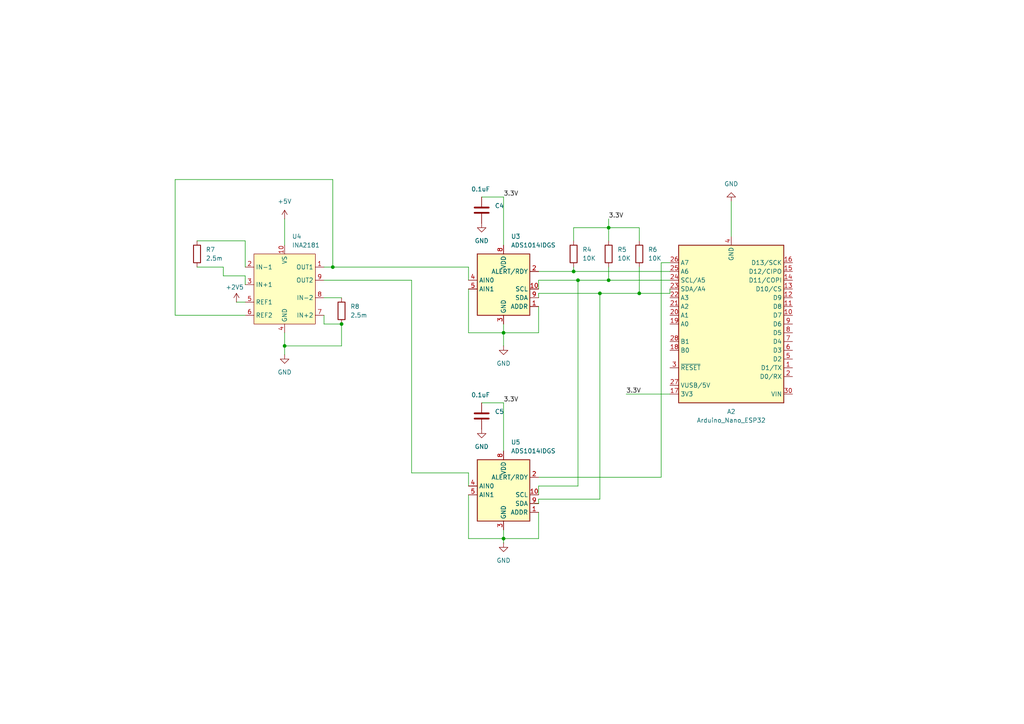
<source format=kicad_sch>
(kicad_sch (version 20250114) (generator "eeschema") (generator_version "9.0")
  (paper "A4")
  (lib_symbols
    (symbol "Analog_ADC:ADS1014IDGS"
      (property "Reference" "U" (at 2.54 13.97 0))
      (property "Value" "ADS1014IDGS" (at 7.62 11.43 0))
      (symbol "ADS1014IDGS_0_1"
        (rectangle (start -7.62 10.16) (end 7.62 -7.62) (stroke (width 0.254)) (fill (type background)))
      )
      (symbol "ADS1014IDGS_1_1"
        (pin input line (at -10.16 2.54 0) (length 2.54) (name "AIN0") (number "4"))
        (pin input line (at -10.16 0 0) (length 2.54) (name "AIN1") (number "5"))
        (pin no_connect line (at -7.62 7.62 0) (length 2.54) (hide yes) (name "~") (number "6"))
        (pin no_connect line (at -7.62 5.08 0) (length 2.54) (hide yes) (name "~") (number "7"))
        (pin power_in line (at 0 12.7 270) (length 2.54) (name "VDD") (number "8"))
        (pin power_in line (at 0 -10.16 90) (length 2.54) (name "GND") (number "3"))
        (pin output line (at 10.16 5.08 180) (length 2.54) (name "ALERT/RDY") (number "2"))
        (pin input line (at 10.16 0 180) (length 2.54) (name "SCL") (number "10"))
        (pin bidirectional line (at 10.16 -2.54 180) (length 2.54) (name "SDA") (number "9"))
        (pin input line (at 10.16 -5.08 180) (length 2.54) (name "ADDR") (number "1"))
      )
    )
    (symbol "Device:C" (pin_numbers (hide yes)) (pin_names (offset 0.254))
      (property "Reference" "C" (at 0.635 2.54 0))
      (property "Value" "C" (at 0.635 -2.54 0))
      (symbol "C_0_1"
        (polyline (pts (xy -2.032 0.762) (xy 2.032 0.762)) (stroke (width 0.508)))
        (polyline (pts (xy -2.032 -0.762) (xy 2.032 -0.762)) (stroke (width 0.508)))
      )
      (symbol "C_1_1"
        (pin passive line (at 0 3.81 270) (length 2.794) (name "~") (number "1"))
        (pin passive line (at 0 -3.81 90) (length 2.794) (name "~") (number "2"))
      )
    )
    (symbol "Device:R" (pin_numbers (hide yes)) (pin_names (offset 0))
      (property "Reference" "R" (at 2.032 0 90))
      (property "Value" "R" (at 0 0 90))
      (symbol "R_0_1"
        (rectangle (start -1.016 -2.54) (end 1.016 2.54) (stroke (width 0.254)))
      )
      (symbol "R_1_1"
        (pin passive line (at 0 3.81 270) (length 1.27) (name "~") (number "1"))
        (pin passive line (at 0 -3.81 90) (length 1.27) (name "~") (number "2"))
      )
    )
    (symbol "INA2181:INA2181"
      (property "Reference" "U" (at 0 9.144 0))
      (symbol "INA2181_1_1"
        (rectangle (start 5.08 5.08) (end 22.86 -15.24) (fill (type background)))
        (pin input line (at 2.54 1.27 0) (length 2.54) (name "IN-1") (number "2"))
        (pin input line (at 2.54 -3.81 0) (length 2.54) (name "IN+1") (number "3"))
        (pin power_in line (at 2.54 -8.89 0) (length 2.54) (name "REF1") (number "5"))
        (pin power_in line (at 2.54 -12.7 0) (length 2.54) (name "REF2") (number "6"))
        (pin power_in line (at 13.97 7.62 270) (length 2.54) (name "VS") (number "10"))
        (pin power_in line (at 13.97 -17.78 90) (length 2.54) (name "GND") (number "4"))
        (pin output line (at 25.4 1.27 180) (length 2.54) (name "OUT1") (number "1"))
        (pin output line (at 25.4 -2.54 180) (length 2.54) (name "OUT2") (number "9"))
        (pin power_in line (at 25.4 -7.62 180) (length 2.54) (name "IN-2") (number "8"))
        (pin power_in line (at 25.4 -12.7 180) (length 2.54) (name "IN+2") (number "7"))
      )
    )
    (symbol "MCU_Module:Arduino_Nano_ESP32"
      (property "Reference" "A" (at -14.986 23.622 0))
      (property "Value" "Arduino_Nano_ESP32" (at 3.81 -25.654 0))
      (symbol "Arduino_Nano_ESP32_0_1"
        (rectangle (start -15.24 22.86) (end 15.24 -22.86) (stroke (width 0.254)) (fill (type background)))
      )
      (symbol "Arduino_Nano_ESP32_1_1"
        (pin power_in line (at -17.78 20.32 0) (length 2.54) (name "VIN") (number "30"))
        (pin bidirectional line (at -17.78 15.24 0) (length 2.54) (name "D0/RX") (number "2"))
        (pin bidirectional line (at -17.78 12.7 0) (length 2.54) (name "D1/TX") (number "1"))
        (pin bidirectional line (at -17.78 10.16 0) (length 2.54) (name "D2") (number "5"))
        (pin bidirectional line (at -17.78 7.62 0) (length 2.54) (name "D3") (number "6"))
        (pin bidirectional line (at -17.78 5.08 0) (length 2.54) (name "D4") (number "7"))
        (pin bidirectional line (at -17.78 2.54 0) (length 2.54) (name "D5") (number "8"))
        (pin bidirectional line (at -17.78 0 0) (length 2.54) (name "D6") (number "9"))
        (pin bidirectional line (at -17.78 -2.54 0) (length 2.54) (name "D7") (number "10"))
        (pin bidirectional line (at -17.78 -5.08 0) (length 2.54) (name "D8") (number "11"))
        (pin bidirectional line (at -17.78 -7.62 0) (length 2.54) (name "D9") (number "12"))
        (pin bidirectional line (at -17.78 -10.16 0) (length 2.54) (name "D10/CS") (number "13"))
        (pin bidirectional line (at -17.78 -12.7 0) (length 2.54) (name "D11/COPI") (number "14"))
        (pin bidirectional line (at -17.78 -15.24 0) (length 2.54) (name "D12/CIPO") (number "15"))
        (pin bidirectional line (at -17.78 -17.78 0) (length 2.54) (name "D13/SCK") (number "16"))
        (pin passive line (at 0 -25.4 90) (length 2.54) (hide yes) (name "GND") (number "29"))
        (pin power_in line (at 0 -25.4 90) (length 2.54) (name "GND") (number "4"))
        (pin power_out line (at 17.78 20.32 180) (length 2.54) (name "3V3") (number "17"))
        (pin power_out line (at 17.78 17.78 180) (length 2.54) (name "VUSB/5V") (number "27"))
        (pin input line (at 17.78 12.7 180) (length 2.54) (name "~{RESET}") (number "3"))
        (pin bidirectional line (at 17.78 7.62 180) (length 2.54) (name "B0") (number "18"))
        (pin bidirectional line (at 17.78 5.08 180) (length 2.54) (name "B1") (number "28"))
        (pin bidirectional line (at 17.78 0 180) (length 2.54) (name "A0") (number "19"))
        (pin bidirectional line (at 17.78 -2.54 180) (length 2.54) (name "A1") (number "20"))
        (pin bidirectional line (at 17.78 -5.08 180) (length 2.54) (name "A2") (number "21"))
        (pin bidirectional line (at 17.78 -7.62 180) (length 2.54) (name "A3") (number "22"))
        (pin bidirectional line (at 17.78 -10.16 180) (length 2.54) (name "SDA/A4") (number "23"))
        (pin bidirectional line (at 17.78 -12.7 180) (length 2.54) (name "SCL/A5") (number "24"))
        (pin bidirectional line (at 17.78 -15.24 180) (length 2.54) (name "A6") (number "25"))
        (pin bidirectional line (at 17.78 -17.78 180) (length 2.54) (name "A7") (number "26"))
      )
    )
    (symbol "power:+2V5" (power) (pin_numbers (hide yes)) (pin_names (offset 0) (hide yes))
      (property "Value" "+2V5" (at 0 3.556 0))
      (symbol "+2V5_0_1"
        (polyline (pts (xy -0.762 1.27) (xy 0 2.54)))
        (polyline (pts (xy 0 2.54) (xy 0.762 1.27)))
        (polyline (pts (xy 0 0) (xy 0 2.54)))
      )
      (symbol "+2V5_1_1"
        (pin power_in line (at 0 0 90) (length 0) (name "~") (number "1"))
      )
    )
    (symbol "power:+5V" (power) (pin_numbers (hide yes)) (pin_names (offset 0) (hide yes))
      (property "Value" "+5V" (at 0 3.556 0))
      (symbol "+5V_0_1"
        (polyline (pts (xy -0.762 1.27) (xy 0 2.54)))
        (polyline (pts (xy 0 2.54) (xy 0.762 1.27)))
        (polyline (pts (xy 0 0) (xy 0 2.54)))
      )
      (symbol "+5V_1_1"
        (pin power_in line (at 0 0 90) (length 0) (name "~") (number "1"))
      )
    )
    (symbol "power:GND" (power) (pin_numbers (hide yes)) (pin_names (offset 0) (hide yes))
      (property "Value" "GND" (at 0 -3.81 0))
      (symbol "GND_0_1"
        (polyline (pts (xy 0 0) (xy 0 -1.27) (xy 1.27 -1.27) (xy 0 -2.54) (xy -1.27 -1.27) (xy 0 -1.27)))
      )
      (symbol "GND_1_1"
        (pin power_in line (at 0 0 270) (length 0) (name "~") (number "1"))
      )
    )
  )
  (junction (at 173.99 85.09))
  (junction (at 146.05 96.52))
  (junction (at 166.37 78.74))
  (junction (at 176.53 81.28))
  (junction (at 96.52 77.47))
  (junction (at 185.42 85.09))
  (junction (at 82.55 100.33))
  (junction (at 176.53 66.04))
  (junction (at 167.64 81.28))
  (junction (at 99.06 93.98))
  (junction (at 146.05 156.21))
  (wire (pts (xy 156.21 138.43) (xy 191.77 138.43)))
  (wire (pts (xy 156.21 81.28) (xy 156.21 83.82)))
  (wire (pts (xy 93.98 77.47) (xy 96.52 77.47)))
  (wire (pts (xy 156.21 96.52) (xy 146.05 96.52)))
  (wire (pts (xy 146.05 116.84) (xy 146.05 130.81)))
  (wire (pts (xy 146.05 93.98) (xy 146.05 96.52)))
  (wire (pts (xy 71.12 80.01) (xy 64.77 80.01)))
  (wire (pts (xy 176.53 63.5) (xy 176.53 66.04)))
  (wire (pts (xy 71.12 77.47) (xy 71.12 69.85)))
  (wire (pts (xy 194.31 85.09) (xy 194.31 83.82)))
  (wire (pts (xy 146.05 57.15) (xy 146.05 71.12)))
  (wire (pts (xy 176.53 81.28) (xy 167.64 81.28)))
  (wire (pts (xy 139.7 57.15) (xy 146.05 57.15)))
  (wire (pts (xy 139.7 116.84) (xy 146.05 116.84)))
  (wire (pts (xy 135.89 143.51) (xy 135.89 156.21)))
  (wire (pts (xy 93.98 86.36) (xy 99.06 86.36)))
  (wire (pts (xy 173.99 144.78) (xy 173.99 85.09)))
  (wire (pts (xy 146.05 153.67) (xy 146.05 156.21)))
  (wire (pts (xy 156.21 140.97) (xy 167.64 140.97)))
  (wire (pts (xy 154.94 86.36) (xy 156.21 86.36)))
  (wire (pts (xy 64.77 77.47) (xy 57.15 77.47)))
  (wire (pts (xy 176.53 69.85) (xy 176.53 66.04)))
  (wire (pts (xy 154.94 146.05) (xy 156.21 146.05)))
  (wire (pts (xy 181.61 114.3) (xy 194.31 114.3)))
  (wire (pts (xy 57.15 69.85) (xy 71.12 69.85)))
  (wire (pts (xy 50.8 52.07) (xy 50.8 91.44)))
  (wire (pts (xy 156.21 156.21) (xy 146.05 156.21)))
  (wire (pts (xy 146.05 156.21) (xy 135.89 156.21)))
  (wire (pts (xy 156.21 144.78) (xy 156.21 146.05)))
  (wire (pts (xy 93.98 93.98) (xy 99.06 93.98)))
  (wire (pts (xy 68.58 87.63) (xy 71.12 87.63)))
  (wire (pts (xy 71.12 80.01) (xy 71.12 82.55)))
  (wire (pts (xy 166.37 77.47) (xy 166.37 78.74)))
  (wire (pts (xy 93.98 81.28) (xy 119.38 81.28)))
  (wire (pts (xy 156.21 148.59) (xy 156.21 156.21)))
  (wire (pts (xy 156.21 85.09) (xy 156.21 86.36)))
  (wire (pts (xy 166.37 66.04) (xy 166.37 69.85)))
  (wire (pts (xy 191.77 76.2) (xy 194.31 76.2)))
  (wire (pts (xy 156.21 88.9) (xy 156.21 96.52)))
  (wire (pts (xy 173.99 85.09) (xy 185.42 85.09)))
  (wire (pts (xy 96.52 77.47) (xy 135.89 77.47)))
  (wire (pts (xy 191.77 138.43) (xy 191.77 76.2)))
  (wire (pts (xy 99.06 93.98) (xy 99.06 100.33)))
  (wire (pts (xy 146.05 100.33) (xy 146.05 96.52)))
  (wire (pts (xy 176.53 66.04) (xy 185.42 66.04)))
  (wire (pts (xy 50.8 91.44) (xy 71.12 91.44)))
  (wire (pts (xy 135.89 77.47) (xy 135.89 81.28)))
  (wire (pts (xy 156.21 144.78) (xy 173.99 144.78)))
  (wire (pts (xy 185.42 66.04) (xy 185.42 69.85)))
  (wire (pts (xy 82.55 100.33) (xy 82.55 102.87)))
  (wire (pts (xy 93.98 91.44) (xy 93.98 93.98)))
  (wire (pts (xy 176.53 77.47) (xy 176.53 81.28)))
  (wire (pts (xy 156.21 78.74) (xy 166.37 78.74)))
  (wire (pts (xy 212.09 58.42) (xy 212.09 68.58)))
  (wire (pts (xy 119.38 137.16) (xy 135.89 137.16)))
  (wire (pts (xy 119.38 81.28) (xy 119.38 137.16)))
  (wire (pts (xy 64.77 80.01) (xy 64.77 77.47)))
  (wire (pts (xy 176.53 81.28) (xy 194.31 81.28)))
  (wire (pts (xy 146.05 157.48) (xy 146.05 156.21)))
  (wire (pts (xy 156.21 140.97) (xy 156.21 143.51)))
  (wire (pts (xy 167.64 81.28) (xy 156.21 81.28)))
  (wire (pts (xy 185.42 77.47) (xy 185.42 85.09)))
  (wire (pts (xy 135.89 137.16) (xy 135.89 140.97)))
  (wire (pts (xy 185.42 85.09) (xy 194.31 85.09)))
  (wire (pts (xy 82.55 96.52) (xy 82.55 100.33)))
  (wire (pts (xy 82.55 63.5) (xy 82.55 71.12)))
  (wire (pts (xy 166.37 66.04) (xy 176.53 66.04)))
  (wire (pts (xy 135.89 83.82) (xy 135.89 96.52)))
  (wire (pts (xy 156.21 85.09) (xy 173.99 85.09)))
  (wire (pts (xy 166.37 78.74) (xy 194.31 78.74)))
  (wire (pts (xy 96.52 77.47) (xy 96.52 52.07)))
  (wire (pts (xy 135.89 96.52) (xy 146.05 96.52)))
  (wire (pts (xy 99.06 100.33) (xy 82.55 100.33)))
  (wire (pts (xy 96.52 52.07) (xy 50.8 52.07)))
  (wire (pts (xy 167.64 140.97) (xy 167.64 81.28)))
  (label "3.3V" (at 146.05 116.84 0))
  (label "3.3V" (at 181.61 114.3 0))
  (label "3.3V" (at 176.53 63.5 0))
  (label "3.3V" (at 146.05 57.15 0))
  (symbol (lib_id "Device:R") (at 166.37 73.66 0) (unit 1)
    (property "Reference" "R4" (at 168.91 72.3899 0) (effects (justify left)))
    (property "Value" "10K" (at 168.91 74.9299 0) (effects (justify left)))
    (property "Description" "Resistor" (effects (hide yes)))
  )
  (symbol (lib_id "Device:C") (at 139.7 60.96 0) (unit 1)
    (property "Reference" "C4" (at 143.51 59.6899 0) (effects (justify left)))
    (property "Value" "0.1uF" (at 136.652 54.864 0) (effects (justify left)))
    (property "Description" "Unpolarized capacitor" (effects (hide yes)))
  )
  (symbol (lib_id "Analog_ADC:ADS1014IDGS") (at 146.05 143.51 0) (unit 1)
    (property "Reference" "U5" (at 148.1933 128.27 0) (effects (justify left)))
    (property "Value" "ADS1014IDGS" (at 148.1933 130.81 0) (effects (justify left)))
    (property "Footprint" "Package_SO:TSSOP-10_3x3mm_P0.5mm" (effects (hide yes)))
    (property "Datasheet" "http://www.ti.com/lit/ds/symlink/ads1015.pdf" (effects (hide yes)))
    (property "Description" "Ultra-Small, Low-Power, I2C-Compatible, 3.3-kSPS, 12-Bit ADCs With Internal Reference, Oscillator, and Programmable Comparator, VSSOP-10" (effects (hide yes)))
  )
  (symbol (lib_id "power:GND") (at 139.7 124.46 0) (unit 1)
    (property "Reference" "#PWR012" (effects (hide yes)))
    (property "Value" "GND" (at 139.7 129.54 0))
    (property "Description" "Power symbol creates a global label with name \"GND\" , ground" (effects (hide yes)))
  )
  (symbol (lib_id "power:GND") (at 146.05 157.48 0) (unit 1)
    (property "Reference" "#PWR011" (effects (hide yes)))
    (property "Value" "GND" (at 146.05 162.56 0))
    (property "Description" "Power symbol creates a global label with name \"GND\" , ground" (effects (hide yes)))
  )
  (symbol (lib_id "Device:R") (at 57.15 73.66 0) (unit 1)
    (property "Reference" "R7" (at 59.69 72.3899 0) (effects (justify left)))
    (property "Value" "2.5m" (at 59.69 74.9299 0) (effects (justify left)))
    (property "Description" "Resistor" (effects (hide yes)))
  )
  (symbol (lib_id "power:+2V5") (at 68.58 87.63 0) (unit 1)
    (property "Reference" "#PWR014" (effects (hide yes)))
    (property "Value" "+2V5" (at 68.072 83.312 0))
    (property "Description" "Power symbol creates a global label with name \"+2V5\"" (effects (hide yes)))
  )
  (symbol (lib_id "power:GND") (at 82.55 102.87 0) (unit 1)
    (property "Reference" "#PWR010" (effects (hide yes)))
    (property "Value" "GND" (at 82.55 107.95 0))
    (property "Description" "Power symbol creates a global label with name \"GND\" , ground" (effects (hide yes)))
  )
  (symbol (lib_id "MCU_Module:Arduino_Nano_ESP32") (at 212.09 93.98 180) (unit 1)
    (property "Reference" "A2" (at 212.09 119.38 0))
    (property "Value" "Arduino_Nano_ESP32" (at 212.09 121.92 0))
    (property "Footprint" "Module:Arduino_Nano" (effects (hide yes)))
    (property "Datasheet" "https://docs.arduino.cc/resources/datasheets/ABX00083-datasheet.pdf" (effects (hide yes)))
    (property "Description" "Arduino Nano board based on the ESP32-S3 with a dual-core 240 MHz processor, 384 kB ROM, 512 kB SRAM. Operates at 3.3V, with 5V USB-C® input and 6-21V VIN. Features Wi-Fi®, Bluetooth® LE, digital and analog pins, and supports SPI, I2C, UART, I2S, and CAN." (effects (hide yes)))
  )
  (symbol (lib_id "power:GND") (at 146.05 100.33 0) (unit 1)
    (property "Reference" "#PWR05" (effects (hide yes)))
    (property "Value" "GND" (at 146.05 105.41 0))
    (property "Description" "Power symbol creates a global label with name \"GND\" , ground" (effects (hide yes)))
  )
  (symbol (lib_id "Device:R") (at 99.06 90.17 0) (unit 1)
    (property "Reference" "R8" (at 101.6 88.8999 0) (effects (justify left)))
    (property "Value" "2.5m" (at 101.6 91.4399 0) (effects (justify left)))
    (property "Description" "Resistor" (effects (hide yes)))
  )
  (symbol (lib_id "Analog_ADC:ADS1014IDGS") (at 146.05 83.82 0) (unit 1)
    (property "Reference" "U3" (at 148.1933 68.58 0) (effects (justify left)))
    (property "Value" "ADS1014IDGS" (at 148.1933 71.12 0) (effects (justify left)))
    (property "Footprint" "Package_SO:TSSOP-10_3x3mm_P0.5mm" (effects (hide yes)))
    (property "Datasheet" "http://www.ti.com/lit/ds/symlink/ads1015.pdf" (effects (hide yes)))
    (property "Description" "Ultra-Small, Low-Power, I2C-Compatible, 3.3-kSPS, 12-Bit ADCs With Internal Reference, Oscillator, and Programmable Comparator, VSSOP-10" (effects (hide yes)))
  )
  (symbol (lib_id "power:GND") (at 139.7 64.77 0) (unit 1)
    (property "Reference" "#PWR08" (effects (hide yes)))
    (property "Value" "GND" (at 139.7 69.85 0))
    (property "Description" "Power symbol creates a global label with name \"GND\" , ground" (effects (hide yes)))
  )
  (symbol (lib_id "Device:R") (at 176.53 73.66 0) (unit 1)
    (property "Reference" "R5" (at 179.07 72.3899 0) (effects (justify left)))
    (property "Value" "10K" (at 179.07 74.9299 0) (effects (justify left)))
    (property "Description" "Resistor" (effects (hide yes)))
  )
  (symbol (lib_id "Device:C") (at 139.7 120.65 0) (unit 1)
    (property "Reference" "C5" (at 143.51 119.3799 0) (effects (justify left)))
    (property "Value" "0.1uF" (at 136.652 114.554 0) (effects (justify left)))
    (property "Description" "Unpolarized capacitor" (effects (hide yes)))
  )
  (symbol (lib_id "Device:R") (at 185.42 73.66 0) (unit 1)
    (property "Reference" "R6" (at 187.96 72.3899 0) (effects (justify left)))
    (property "Value" "10K" (at 187.96 74.9299 0) (effects (justify left)))
    (property "Description" "Resistor" (effects (hide yes)))
  )
  (symbol (lib_id "power:+5V") (at 82.55 63.5 0) (unit 1)
    (property "Reference" "#PWR013" (effects (hide yes)))
    (property "Value" "+5V" (at 82.55 58.42 0))
    (property "Description" "Power symbol creates a global label with name \"+5V\"" (effects (hide yes)))
  )
  (symbol (lib_id "INA2181:INA2181") (at 68.58 78.74 0) (unit 1)
    (property "Reference" "U4" (at 84.6933 68.58 0) (effects (justify left)))
    (property "Value" "INA2181" (at 84.6933 71.12 0) (effects (justify left)))
    (property "Footprint" "Package_SO:VSSOP-10_3x3mm_P0.5mm" (effects (hide yes)))
    (property "Datasheet" "https://www.ti.com/lit/ds/symlink/ina2181.pdf" (effects (hide yes)))
    (property "Description" "INAx181 Bidirectional, Low- and High-Side Voltage Output, Current-Sense Amplifiers" (effects (hide yes)))
  )
  (symbol (lib_id "power:GND") (at 212.09 58.42 180) (unit 1)
    (property "Reference" "#PWR09" (effects (hide yes)))
    (property "Value" "GND" (at 212.09 53.34 0))
    (property "Description" "Power symbol creates a global label with name \"GND\" , ground" (effects (hide yes)))
  )
)
</source>
